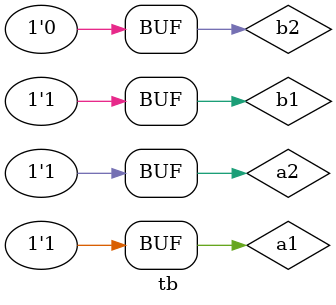
<source format=v>
module tb;
 
reg a1,a2, b1,b2;
wire Output;

circ uut(a1,a2,b1,b2,Output);

	initial begin
	a1 = 0;
	a2 = 1;
	b1 = 1;
	b2 = 0;
	#5;
	a1 = 1;
	a2 = 1;
	b1 = 1;
	b2 = 0;
	#5;
	end
endmodule
</source>
